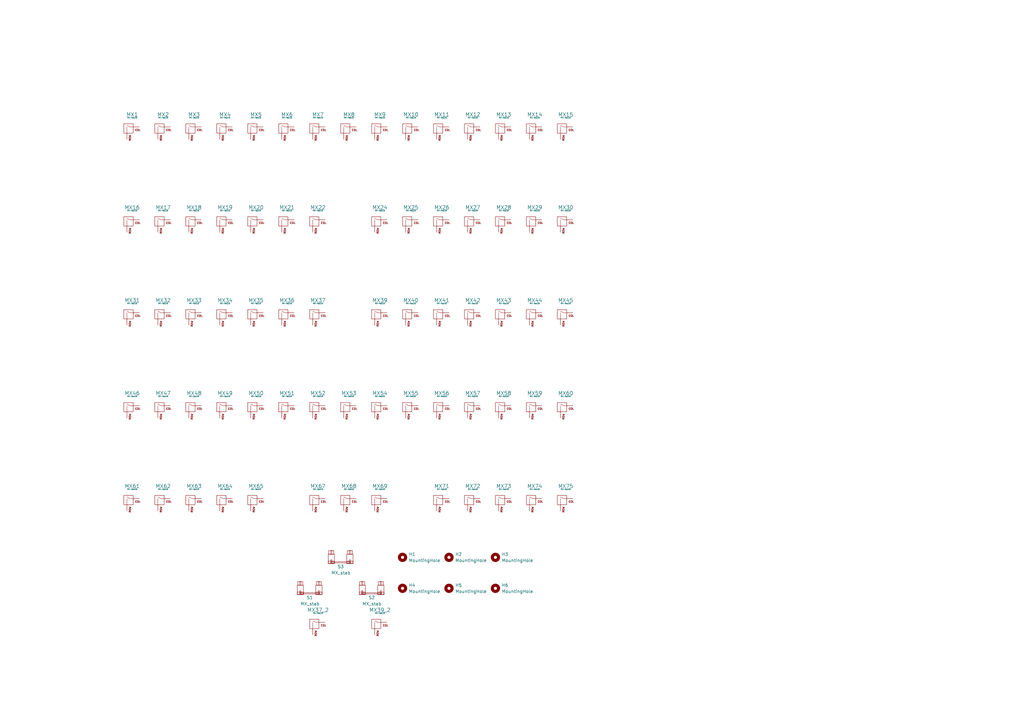
<source format=kicad_sch>
(kicad_sch (version 20230121) (generator eeschema)
  (paper "A3")
  (lib_symbols
    (symbol "MX_Alps_Hybrid:MX-NoLED" (pin_names (offset 1.016))
      (property "Reference" "MX" (at -0.635 3.81 0))
      (property "Value" "MX-NoLED" (at -0.635 1.27 0))
      (symbol "MX-NoLED_0_0"
        (rectangle (start -2.54 2.54) (end 1.27 -1.27))
        (polyline (pts (xy -1.27 -1.27) (xy -1.27 1.27)) (stroke (width 0.127)))
        (polyline (pts (xy 1.27 1.27) (xy 0 1.27) (xy -1.27 1.905)) (stroke (width 0.127)))
        (text "COL" (at 3.175 0 0) (effects (font (size 0.762 0.762))))
        (text "ROW" (at 0 -1.905 900) (effects (font (size 0.762 0.762)) (justify right)))
      )
      (symbol "MX-NoLED_1_1"
        (pin passive line (at 3.81 1.27 180) (length 2.54) (name "COL") (number "1"))
        (pin passive line (at -1.27 -3.81 90) (length 2.54) (name "ROW") (number "2"))
      )
    )
    (symbol "Mechanical:MountingHole" (pin_names (offset 1.016))
      (property "Reference" "H" (at 0 5.08 0))
      (property "Value" "MountingHole" (at 0 3.175 0))
      (symbol "MountingHole_0_1"
        (circle (center 0 0) (radius 1.27) (stroke (width 1.27)))
      )
    )
    (symbol "marbastlib-mx:MX_stab" (pin_names (offset 1.016))
      (property "Reference" "S" (at -5.08 6.35 0))
      (property "Value" "MX_stab" (at -5.08 3.81 0))
      (symbol "MX_stab_0_1"
        (rectangle (start -5.08 -1.524) (end -2.54 -2.54))
        (rectangle (start -5.08 1.27) (end -2.54 -2.54))
        (rectangle (start -4.826 2.794) (end -2.794 1.27))
        (rectangle (start -4.064 -2.286) (end -3.556 -1.016))
        (rectangle (start -4.064 -1.778) (end 4.064 -2.286))
        (rectangle (start -4.064 1.27) (end -3.556 2.794))
        (rectangle (start 2.54 -1.524) (end 5.08 -2.54))
        (rectangle (start 2.54 1.27) (end 5.08 -2.54))
        (rectangle (start 2.794 2.794) (end 4.826 1.27))
        (rectangle (start 3.556 1.27) (end 4.064 2.794))
        (rectangle (start 4.064 -2.286) (end 3.556 -1.016))
      )
    )
  )
  (symbol (lib_id "MX_Alps_Hybrid:MX-NoLED") (at 167.64 91.44 0) (unit 1)
    (property "Reference" "MX25" (at 168.5256 85.09 0) (effects (font (size 1.524 1.524))))
    (property "Value" "MX-NoLED" (at 168.5256 86.36 0) (effects (font (size 0.508 0.508))))
    (property "Footprint" "marbastlib-xp-plate-mx:Plate-MP_MX_1u" (effects hide))
  )
  (symbol (lib_id "MX_Alps_Hybrid:MX-NoLED") (at 231.14 129.54 0) (unit 1)
    (property "Reference" "MX45" (at 232.0256 123.19 0) (effects (font (size 1.524 1.524))))
    (property "Value" "MX-NoLED" (at 232.0256 124.46 0) (effects (font (size 0.508 0.508))))
    (property "Footprint" "marbastlib-xp-plate-mx:Plate-MP_MX_1.25u" (effects hide))
  )
  (symbol (lib_id "MX_Alps_Hybrid:MX-NoLED") (at 193.04 53.34 0) (unit 1)
    (property "Reference" "MX12" (at 193.9256 46.99 0) (effects (font (size 1.524 1.524))))
    (property "Value" "MX-NoLED" (at 193.9256 48.26 0) (effects (font (size 0.508 0.508))))
    (property "Footprint" "marbastlib-xp-plate-mx:Plate-MP_MX_1u" (effects hide))
  )
  (symbol (lib_id "MX_Alps_Hybrid:MX-NoLED") (at 66.04 53.34 0) (unit 1)
    (property "Reference" "MX2" (at 66.9256 46.99 0) (effects (font (size 1.524 1.524))))
    (property "Value" "MX-NoLED" (at 66.9256 48.26 0) (effects (font (size 0.508 0.508))))
    (property "Footprint" "marbastlib-xp-plate-mx:Plate-MP_MX_1u" (effects hide))
  )
  (symbol (lib_id "MX_Alps_Hybrid:MX-NoLED") (at 129.54 167.64 0) (unit 1)
    (property "Reference" "MX52" (at 130.4256 161.29 0) (effects (font (size 1.524 1.524))))
    (property "Value" "MX-NoLED" (at 130.4256 162.56 0) (effects (font (size 0.508 0.508))))
    (property "Footprint" "marbastlib-xp-plate-mx:Plate-MP_MX_1u" (effects hide))
  )
  (symbol (lib_id "MX_Alps_Hybrid:MX-NoLED") (at 91.44 91.44 0) (unit 1)
    (property "Reference" "MX19" (at 92.3256 85.09 0) (effects (font (size 1.524 1.524))))
    (property "Value" "MX-NoLED" (at 92.3256 86.36 0) (effects (font (size 0.508 0.508))))
    (property "Footprint" "marbastlib-xp-plate-mx:Plate-MP_MX_1u" (effects hide))
  )
  (symbol (lib_id "MX_Alps_Hybrid:MX-NoLED") (at 154.94 167.64 0) (unit 1)
    (property "Reference" "MX54" (at 155.8256 161.29 0) (effects (font (size 1.524 1.524))))
    (property "Value" "MX-NoLED" (at 155.8256 162.56 0) (effects (font (size 0.508 0.508))))
    (property "Footprint" "marbastlib-xp-plate-mx:Plate-MP_MX_1u" (effects hide))
  )
  (symbol (lib_id "MX_Alps_Hybrid:MX-NoLED") (at 78.74 129.54 0) (unit 1)
    (property "Reference" "MX33" (at 79.6256 123.19 0) (effects (font (size 1.524 1.524))))
    (property "Value" "MX-NoLED" (at 79.6256 124.46 0) (effects (font (size 0.508 0.508))))
    (property "Footprint" "marbastlib-xp-plate-mx:Plate-MP_MX_1u" (effects hide))
  )
  (symbol (lib_id "MX_Alps_Hybrid:MX-NoLED") (at 116.84 53.34 0) (unit 1)
    (property "Reference" "MX6" (at 117.7256 46.99 0) (effects (font (size 1.524 1.524))))
    (property "Value" "MX-NoLED" (at 117.7256 48.26 0) (effects (font (size 0.508 0.508))))
    (property "Footprint" "marbastlib-xp-plate-mx:Plate-MP_MX_1u" (effects hide))
  )
  (symbol (lib_id "MX_Alps_Hybrid:MX-NoLED") (at 154.94 53.34 0) (unit 1)
    (property "Reference" "MX9" (at 155.8256 46.99 0) (effects (font (size 1.524 1.524))))
    (property "Value" "MX-NoLED" (at 155.8256 48.26 0) (effects (font (size 0.508 0.508))))
    (property "Footprint" "marbastlib-xp-plate-mx:Plate-MP_MX_1u" (effects hide))
  )
  (symbol (lib_id "MX_Alps_Hybrid:MX-NoLED") (at 91.44 205.74 0) (unit 1)
    (property "Reference" "MX64" (at 92.3256 199.39 0) (effects (font (size 1.524 1.524))))
    (property "Value" "MX-NoLED" (at 92.3256 200.66 0) (effects (font (size 0.508 0.508))))
    (property "Footprint" "marbastlib-xp-plate-mx:Plate-MP_MX_1u" (effects hide))
  )
  (symbol (lib_id "MX_Alps_Hybrid:MX-NoLED") (at 180.34 205.74 0) (unit 1)
    (property "Reference" "MX71" (at 181.2256 199.39 0) (effects (font (size 1.524 1.524))))
    (property "Value" "MX-NoLED" (at 181.2256 200.66 0) (effects (font (size 0.508 0.508))))
    (property "Footprint" "marbastlib-xp-plate-mx:Plate-MP_MX_1u" (effects hide))
  )
  (symbol (lib_id "MX_Alps_Hybrid:MX-NoLED") (at 91.44 167.64 0) (unit 1)
    (property "Reference" "MX49" (at 92.3256 161.29 0) (effects (font (size 1.524 1.524))))
    (property "Value" "MX-NoLED" (at 92.3256 162.56 0) (effects (font (size 0.508 0.508))))
    (property "Footprint" "marbastlib-xp-plate-mx:Plate-MP_MX_1u" (effects hide))
  )
  (symbol (lib_id "MX_Alps_Hybrid:MX-NoLED") (at 129.54 53.34 0) (unit 1)
    (property "Reference" "MX7" (at 130.4256 46.99 0) (effects (font (size 1.524 1.524))))
    (property "Value" "MX-NoLED" (at 130.4256 48.26 0) (effects (font (size 0.508 0.508))))
    (property "Footprint" "marbastlib-xp-plate-mx:Plate-MP_MX_1u" (effects hide))
  )
  (symbol (lib_id "MX_Alps_Hybrid:MX-NoLED") (at 167.64 167.64 0) (unit 1)
    (property "Reference" "MX55" (at 168.5256 161.29 0) (effects (font (size 1.524 1.524))))
    (property "Value" "MX-NoLED" (at 168.5256 162.56 0) (effects (font (size 0.508 0.508))))
    (property "Footprint" "marbastlib-xp-plate-mx:Plate-MP_MX_1u" (effects hide))
  )
  (symbol (lib_id "MX_Alps_Hybrid:MX-NoLED") (at 218.44 53.34 0) (unit 1)
    (property "Reference" "MX14" (at 219.3256 46.99 0) (effects (font (size 1.524 1.524))))
    (property "Value" "MX-NoLED" (at 219.3256 48.26 0) (effects (font (size 0.508 0.508))))
    (property "Footprint" "marbastlib-xp-plate-mx:Plate-MP_MX_1u" (effects hide))
  )
  (symbol (lib_id "MX_Alps_Hybrid:MX-NoLED") (at 104.14 129.54 0) (unit 1)
    (property "Reference" "MX35" (at 105.0256 123.19 0) (effects (font (size 1.524 1.524))))
    (property "Value" "MX-NoLED" (at 105.0256 124.46 0) (effects (font (size 0.508 0.508))))
    (property "Footprint" "marbastlib-xp-plate-mx:Plate-MP_MX_1u" (effects hide))
  )
  (symbol (lib_id "MX_Alps_Hybrid:MX-NoLED") (at 91.44 53.34 0) (unit 1)
    (property "Reference" "MX4" (at 92.3256 46.99 0) (effects (font (size 1.524 1.524))))
    (property "Value" "MX-NoLED" (at 92.3256 48.26 0) (effects (font (size 0.508 0.508))))
    (property "Footprint" "marbastlib-xp-plate-mx:Plate-MP_MX_1u" (effects hide))
  )
  (symbol (lib_id "MX_Alps_Hybrid:MX-NoLED") (at 53.34 205.74 0) (unit 1)
    (property "Reference" "MX61" (at 54.2256 199.39 0) (effects (font (size 1.524 1.524))))
    (property "Value" "MX-NoLED" (at 54.2256 200.66 0) (effects (font (size 0.508 0.508))))
    (property "Footprint" "marbastlib-xp-plate-mx:Plate-MP_MX_1u" (effects hide))
  )
  (symbol (lib_id "MX_Alps_Hybrid:MX-NoLED") (at 218.44 205.74 0) (unit 1)
    (property "Reference" "MX74" (at 219.3256 199.39 0) (effects (font (size 1.524 1.524))))
    (property "Value" "MX-NoLED" (at 219.3256 200.66 0) (effects (font (size 0.508 0.508))))
    (property "Footprint" "marbastlib-xp-plate-mx:Plate-MP_MX_1u" (effects hide))
  )
  (symbol (lib_id "MX_Alps_Hybrid:MX-NoLED") (at 180.34 91.44 0) (unit 1)
    (property "Reference" "MX26" (at 181.2256 85.09 0) (effects (font (size 1.524 1.524))))
    (property "Value" "MX-NoLED" (at 181.2256 86.36 0) (effects (font (size 0.508 0.508))))
    (property "Footprint" "marbastlib-xp-plate-mx:Plate-MP_MX_1u" (effects hide))
  )
  (symbol (lib_id "marbastlib-mx:MX_stab") (at 127 241.3 0) (unit 1)
    (property "Reference" "S1" (at 125.73 245.11 0) (effects (justify left)))
    (property "Value" "MX_stab" (at 123.19 247.65 0) (effects (justify left)))
    (property "Footprint" "marbastlib-xp-plate-mx:Plate-MP_MX_2u" (effects hide))
  )
  (symbol (lib_id "MX_Alps_Hybrid:MX-NoLED") (at 104.14 53.34 0) (unit 1)
    (property "Reference" "MX5" (at 105.0256 46.99 0) (effects (font (size 1.524 1.524))))
    (property "Value" "MX-NoLED" (at 105.0256 48.26 0) (effects (font (size 0.508 0.508))))
    (property "Footprint" "marbastlib-xp-plate-mx:Plate-MP_MX_1u" (effects hide))
  )
  (symbol (lib_id "MX_Alps_Hybrid:MX-NoLED") (at 66.04 129.54 0) (unit 1)
    (property "Reference" "MX32" (at 66.9256 123.19 0) (effects (font (size 1.524 1.524))))
    (property "Value" "MX-NoLED" (at 66.9256 124.46 0) (effects (font (size 0.508 0.508))))
    (property "Footprint" "marbastlib-xp-plate-mx:Plate-MP_MX_1u" (effects hide))
  )
  (symbol (lib_id "MX_Alps_Hybrid:MX-NoLED") (at 116.84 91.44 0) (unit 1)
    (property "Reference" "MX21" (at 117.7256 85.09 0) (effects (font (size 1.524 1.524))))
    (property "Value" "MX-NoLED" (at 117.7256 86.36 0) (effects (font (size 0.508 0.508))))
    (property "Footprint" "marbastlib-xp-plate-mx:Plate-MP_MX_1u" (effects hide))
  )
  (symbol (lib_id "MX_Alps_Hybrid:MX-NoLED") (at 129.54 91.44 0) (unit 1)
    (property "Reference" "MX22" (at 130.4256 85.09 0) (effects (font (size 1.524 1.524))))
    (property "Value" "MX-NoLED" (at 130.4256 86.36 0) (effects (font (size 0.508 0.508))))
    (property "Footprint" "marbastlib-xp-plate-mx:Plate-MP_MX_1u" (effects hide))
  )
  (symbol (lib_id "MX_Alps_Hybrid:MX-NoLED") (at 231.14 91.44 0) (unit 1)
    (property "Reference" "MX30" (at 232.0256 85.09 0) (effects (font (size 1.524 1.524))))
    (property "Value" "MX-NoLED" (at 232.0256 86.36 0) (effects (font (size 0.508 0.508))))
    (property "Footprint" "marbastlib-xp-plate-mx:Plate-MP_MX_1.5u" (effects hide))
  )
  (symbol (lib_id "MX_Alps_Hybrid:MX-NoLED") (at 104.14 167.64 0) (unit 1)
    (property "Reference" "MX50" (at 105.0256 161.29 0) (effects (font (size 1.524 1.524))))
    (property "Value" "MX-NoLED" (at 105.0256 162.56 0) (effects (font (size 0.508 0.508))))
    (property "Footprint" "marbastlib-xp-plate-mx:Plate-MP_MX_1u" (effects hide))
  )
  (symbol (lib_id "MX_Alps_Hybrid:MX-NoLED") (at 78.74 91.44 0) (unit 1)
    (property "Reference" "MX18" (at 79.6256 85.09 0) (effects (font (size 1.524 1.524))))
    (property "Value" "MX-NoLED" (at 79.6256 86.36 0) (effects (font (size 0.508 0.508))))
    (property "Footprint" "marbastlib-xp-plate-mx:Plate-MP_MX_1u" (effects hide))
  )
  (symbol (lib_id "MX_Alps_Hybrid:MX-NoLED") (at 154.94 129.54 0) (unit 1)
    (property "Reference" "MX39" (at 155.8256 123.19 0) (effects (font (size 1.524 1.524))))
    (property "Value" "MX-NoLED" (at 155.8256 124.46 0) (effects (font (size 0.508 0.508))))
    (property "Footprint" "marbastlib-xp-plate-mx:Plate-MP_MX_1u" (effects hide))
  )
  (symbol (lib_id "MX_Alps_Hybrid:MX-NoLED") (at 116.84 129.54 0) (unit 1)
    (property "Reference" "MX36" (at 117.7256 123.19 0) (effects (font (size 1.524 1.524))))
    (property "Value" "MX-NoLED" (at 117.7256 124.46 0) (effects (font (size 0.508 0.508))))
    (property "Footprint" "marbastlib-xp-plate-mx:Plate-MP_MX_1u" (effects hide))
  )
  (symbol (lib_id "Mechanical:MountingHole") (at 203.2 241.3 0) (unit 1)
    (property "Reference" "H6" (at 205.74 240.0299 0) (effects (justify left)))
    (property "Value" "MountingHole" (at 205.74 242.5699 0) (effects (justify left)))
    (property "Footprint" "MountingHole:MountingHole_2.2mm_M2_Pad_TopOnly" (effects hide))
  )
  (symbol (lib_id "MX_Alps_Hybrid:MX-NoLED") (at 53.34 129.54 0) (unit 1)
    (property "Reference" "MX31" (at 54.2256 123.19 0) (effects (font (size 1.524 1.524))))
    (property "Value" "MX-NoLED" (at 54.2256 124.46 0) (effects (font (size 0.508 0.508))))
    (property "Footprint" "marbastlib-xp-plate-mx:Plate-MP_MX_1.25u" (effects hide))
  )
  (symbol (lib_id "MX_Alps_Hybrid:MX-NoLED") (at 218.44 129.54 0) (unit 1)
    (property "Reference" "MX44" (at 219.3256 123.19 0) (effects (font (size 1.524 1.524))))
    (property "Value" "MX-NoLED" (at 219.3256 124.46 0) (effects (font (size 0.508 0.508))))
    (property "Footprint" "marbastlib-xp-plate-mx:Plate-MP_MX_1u" (effects hide))
  )
  (symbol (lib_id "MX_Alps_Hybrid:MX-NoLED") (at 205.74 205.74 0) (unit 1)
    (property "Reference" "MX73" (at 206.6256 199.39 0) (effects (font (size 1.524 1.524))))
    (property "Value" "MX-NoLED" (at 206.6256 200.66 0) (effects (font (size 0.508 0.508))))
    (property "Footprint" "marbastlib-xp-plate-mx:Plate-MP_MX_1u" (effects hide))
  )
  (symbol (lib_id "Mechanical:MountingHole") (at 165.1 241.3 0) (unit 1)
    (property "Reference" "H4" (at 167.64 240.0299 0) (effects (justify left)))
    (property "Value" "MountingHole" (at 167.64 242.5699 0) (effects (justify left)))
    (property "Footprint" "MountingHole:MountingHole_2.2mm_M2_Pad_TopOnly" (effects hide))
  )
  (symbol (lib_id "MX_Alps_Hybrid:MX-NoLED") (at 205.74 129.54 0) (unit 1)
    (property "Reference" "MX43" (at 206.6256 123.19 0) (effects (font (size 1.524 1.524))))
    (property "Value" "MX-NoLED" (at 206.6256 124.46 0) (effects (font (size 0.508 0.508))))
    (property "Footprint" "marbastlib-xp-plate-mx:Plate-MP_MX_1u" (effects hide))
  )
  (symbol (lib_id "MX_Alps_Hybrid:MX-NoLED") (at 193.04 91.44 0) (unit 1)
    (property "Reference" "MX27" (at 193.9256 85.09 0) (effects (font (size 1.524 1.524))))
    (property "Value" "MX-NoLED" (at 193.9256 86.36 0) (effects (font (size 0.508 0.508))))
    (property "Footprint" "marbastlib-xp-plate-mx:Plate-MP_MX_1u" (effects hide))
  )
  (symbol (lib_id "MX_Alps_Hybrid:MX-NoLED") (at 167.64 53.34 0) (unit 1)
    (property "Reference" "MX10" (at 168.5256 46.99 0) (effects (font (size 1.524 1.524))))
    (property "Value" "MX-NoLED" (at 168.5256 48.26 0) (effects (font (size 0.508 0.508))))
    (property "Footprint" "marbastlib-xp-plate-mx:Plate-MP_MX_1u" (effects hide))
  )
  (symbol (lib_id "MX_Alps_Hybrid:MX-NoLED") (at 193.04 167.64 0) (unit 1)
    (property "Reference" "MX57" (at 193.9256 161.29 0) (effects (font (size 1.524 1.524))))
    (property "Value" "MX-NoLED" (at 193.9256 162.56 0) (effects (font (size 0.508 0.508))))
    (property "Footprint" "marbastlib-xp-plate-mx:Plate-MP_MX_1u" (effects hide))
  )
  (symbol (lib_id "Mechanical:MountingHole") (at 184.15 241.3 0) (unit 1)
    (property "Reference" "H5" (at 186.69 240.0299 0) (effects (justify left)))
    (property "Value" "MountingHole" (at 186.69 242.5699 0) (effects (justify left)))
    (property "Footprint" "MountingHole:MountingHole_2.2mm_M2_Pad_TopOnly" (effects hide))
  )
  (symbol (lib_id "MX_Alps_Hybrid:MX-NoLED") (at 154.94 205.74 0) (unit 1)
    (property "Reference" "MX69" (at 155.8256 199.39 0) (effects (font (size 1.524 1.524))))
    (property "Value" "MX-NoLED" (at 155.8256 200.66 0) (effects (font (size 0.508 0.508))))
    (property "Footprint" "marbastlib-xp-plate-mx:Plate-MP_MX_1u" (effects hide))
  )
  (symbol (lib_id "MX_Alps_Hybrid:MX-NoLED") (at 231.14 205.74 0) (unit 1)
    (property "Reference" "MX75" (at 232.0256 199.39 0) (effects (font (size 1.524 1.524))))
    (property "Value" "MX-NoLED" (at 232.0256 200.66 0) (effects (font (size 0.508 0.508))))
    (property "Footprint" "marbastlib-xp-plate-mx:Plate-MP_MX_1u" (effects hide))
  )
  (symbol (lib_id "MX_Alps_Hybrid:MX-NoLED") (at 116.84 167.64 0) (unit 1)
    (property "Reference" "MX51" (at 117.7256 161.29 0) (effects (font (size 1.524 1.524))))
    (property "Value" "MX-NoLED" (at 117.7256 162.56 0) (effects (font (size 0.508 0.508))))
    (property "Footprint" "marbastlib-xp-plate-mx:Plate-MP_MX_1u" (effects hide))
  )
  (symbol (lib_id "marbastlib-mx:MX_stab") (at 139.7 228.6 0) (unit 1)
    (property "Reference" "S3" (at 138.43 232.41 0) (effects (justify left)))
    (property "Value" "MX_stab" (at 135.89 234.95 0) (effects (justify left)))
    (property "Footprint" "marbastlib-xp-plate-mx:Plate-MP_MX_7u" (effects hide))
  )
  (symbol (lib_id "MX_Alps_Hybrid:MX-NoLED") (at 193.04 205.74 0) (unit 1)
    (property "Reference" "MX72" (at 193.9256 199.39 0) (effects (font (size 1.524 1.524))))
    (property "Value" "MX-NoLED" (at 193.9256 200.66 0) (effects (font (size 0.508 0.508))))
    (property "Footprint" "marbastlib-xp-plate-mx:Plate-MP_MX_1u" (effects hide))
  )
  (symbol (lib_id "MX_Alps_Hybrid:MX-NoLED") (at 154.94 256.54 0) (unit 1)
    (property "Reference" "MX39_2" (at 155.8256 250.19 0) (effects (font (size 1.524 1.524))))
    (property "Value" "MX-NoLED" (at 155.8256 251.46 0) (effects (font (size 0.508 0.508))))
    (property "Footprint" "marbastlib-xp-plate-mx:Plate-MP_MX_1.25u" (effects hide))
  )
  (symbol (lib_id "MX_Alps_Hybrid:MX-NoLED") (at 129.54 205.74 0) (unit 1)
    (property "Reference" "MX67" (at 130.4256 199.39 0) (effects (font (size 1.524 1.524))))
    (property "Value" "MX-NoLED" (at 130.4256 200.66 0) (effects (font (size 0.508 0.508))))
    (property "Footprint" "marbastlib-xp-plate-mx:Plate-MP_MX_1u" (effects hide))
  )
  (symbol (lib_id "MX_Alps_Hybrid:MX-NoLED") (at 66.04 167.64 0) (unit 1)
    (property "Reference" "MX47" (at 66.9256 161.29 0) (effects (font (size 1.524 1.524))))
    (property "Value" "MX-NoLED" (at 66.9256 162.56 0) (effects (font (size 0.508 0.508))))
    (property "Footprint" "marbastlib-xp-plate-mx:Plate-MP_MX_1u" (effects hide))
  )
  (symbol (lib_id "MX_Alps_Hybrid:MX-NoLED") (at 205.74 53.34 0) (unit 1)
    (property "Reference" "MX13" (at 206.6256 46.99 0) (effects (font (size 1.524 1.524))))
    (property "Value" "MX-NoLED" (at 206.6256 48.26 0) (effects (font (size 0.508 0.508))))
    (property "Footprint" "marbastlib-xp-plate-mx:Plate-MP_MX_1u" (effects hide))
  )
  (symbol (lib_id "MX_Alps_Hybrid:MX-NoLED") (at 78.74 53.34 0) (unit 1)
    (property "Reference" "MX3" (at 79.6256 46.99 0) (effects (font (size 1.524 1.524))))
    (property "Value" "MX-NoLED" (at 79.6256 48.26 0) (effects (font (size 0.508 0.508))))
    (property "Footprint" "marbastlib-xp-plate-mx:Plate-MP_MX_1u" (effects hide))
  )
  (symbol (lib_id "Mechanical:MountingHole") (at 203.2 228.6 0) (unit 1)
    (property "Reference" "H3" (at 205.74 227.3299 0) (effects (justify left)))
    (property "Value" "MountingHole" (at 205.74 229.8699 0) (effects (justify left)))
    (property "Footprint" "MountingHole:MountingHole_2.2mm_M2_Pad_TopOnly" (effects hide))
  )
  (symbol (lib_id "MX_Alps_Hybrid:MX-NoLED") (at 78.74 167.64 0) (unit 1)
    (property "Reference" "MX48" (at 79.6256 161.29 0) (effects (font (size 1.524 1.524))))
    (property "Value" "MX-NoLED" (at 79.6256 162.56 0) (effects (font (size 0.508 0.508))))
    (property "Footprint" "marbastlib-xp-plate-mx:Plate-MP_MX_1u" (effects hide))
  )
  (symbol (lib_id "MX_Alps_Hybrid:MX-NoLED") (at 53.34 53.34 0) (unit 1)
    (property "Reference" "MX1" (at 54.2256 46.99 0) (effects (font (size 1.524 1.524))))
    (property "Value" "MX-NoLED" (at 54.2256 48.26 0) (effects (font (size 0.508 0.508))))
    (property "Footprint" "marbastlib-xp-plate-mx:Plate-MP_MX_1u" (effects hide))
  )
  (symbol (lib_id "Mechanical:MountingHole") (at 184.15 228.6 0) (unit 1)
    (property "Reference" "H2" (at 186.69 227.3299 0) (effects (justify left)))
    (property "Value" "MountingHole" (at 186.69 229.8699 0) (effects (justify left)))
    (property "Footprint" "MountingHole:MountingHole_2.2mm_M2_Pad_TopOnly" (effects hide))
  )
  (symbol (lib_id "MX_Alps_Hybrid:MX-NoLED") (at 129.54 129.54 0) (unit 1)
    (property "Reference" "MX37" (at 130.4256 123.19 0) (effects (font (size 1.524 1.524))))
    (property "Value" "MX-NoLED" (at 130.4256 124.46 0) (effects (font (size 0.508 0.508))))
    (property "Footprint" "marbastlib-xp-plate-mx:Plate-MP_MX_1u" (effects hide))
  )
  (symbol (lib_id "Mechanical:MountingHole") (at 165.1 228.6 0) (unit 1)
    (property "Reference" "H1" (at 167.64 227.3299 0) (effects (justify left)))
    (property "Value" "MountingHole" (at 167.64 229.8699 0) (effects (justify left)))
    (property "Footprint" "MountingHole:MountingHole_2.2mm_M2_Pad_TopOnly" (effects hide))
  )
  (symbol (lib_id "MX_Alps_Hybrid:MX-NoLED") (at 142.24 167.64 0) (unit 1)
    (property "Reference" "MX53" (at 143.1256 161.29 0) (effects (font (size 1.524 1.524))))
    (property "Value" "MX-NoLED" (at 143.1256 162.56 0) (effects (font (size 0.508 0.508))))
    (property "Footprint" "marbastlib-xp-plate-mx:Plate-MP_MX_1u" (effects hide))
  )
  (symbol (lib_id "MX_Alps_Hybrid:MX-NoLED") (at 66.04 91.44 0) (unit 1)
    (property "Reference" "MX17" (at 66.9256 85.09 0) (effects (font (size 1.524 1.524))))
    (property "Value" "MX-NoLED" (at 66.9256 86.36 0) (effects (font (size 0.508 0.508))))
    (property "Footprint" "marbastlib-xp-plate-mx:Plate-MP_MX_1u" (effects hide))
  )
  (symbol (lib_id "MX_Alps_Hybrid:MX-NoLED") (at 142.24 205.74 0) (unit 1)
    (property "Reference" "MX68" (at 143.1256 199.39 0) (effects (font (size 1.524 1.524))))
    (property "Value" "MX-NoLED" (at 143.1256 200.66 0) (effects (font (size 0.508 0.508))))
    (property "Footprint" "marbastlib-xp-plate-mx:Plate-MP_MX_1u" (effects hide))
  )
  (symbol (lib_id "MX_Alps_Hybrid:MX-NoLED") (at 205.74 167.64 0) (unit 1)
    (property "Reference" "MX58" (at 206.6256 161.29 0) (effects (font (size 1.524 1.524))))
    (property "Value" "MX-NoLED" (at 206.6256 162.56 0) (effects (font (size 0.508 0.508))))
    (property "Footprint" "marbastlib-xp-plate-mx:Plate-MP_MX_1u" (effects hide))
  )
  (symbol (lib_id "MX_Alps_Hybrid:MX-NoLED") (at 104.14 91.44 0) (unit 1)
    (property "Reference" "MX20" (at 105.0256 85.09 0) (effects (font (size 1.524 1.524))))
    (property "Value" "MX-NoLED" (at 105.0256 86.36 0) (effects (font (size 0.508 0.508))))
    (property "Footprint" "marbastlib-xp-plate-mx:Plate-MP_MX_1u" (effects hide))
  )
  (symbol (lib_id "MX_Alps_Hybrid:MX-NoLED") (at 66.04 205.74 0) (unit 1)
    (property "Reference" "MX62" (at 66.9256 199.39 0) (effects (font (size 1.524 1.524))))
    (property "Value" "MX-NoLED" (at 66.9256 200.66 0) (effects (font (size 0.508 0.508))))
    (property "Footprint" "marbastlib-xp-plate-mx:Plate-MP_MX_1u" (effects hide))
  )
  (symbol (lib_id "MX_Alps_Hybrid:MX-NoLED") (at 218.44 167.64 0) (unit 1)
    (property "Reference" "MX59" (at 219.3256 161.29 0) (effects (font (size 1.524 1.524))))
    (property "Value" "MX-NoLED" (at 219.3256 162.56 0) (effects (font (size 0.508 0.508))))
    (property "Footprint" "marbastlib-xp-plate-mx:Plate-MP_MX_1u" (effects hide))
  )
  (symbol (lib_id "MX_Alps_Hybrid:MX-NoLED") (at 53.34 91.44 0) (unit 1)
    (property "Reference" "MX16" (at 54.2256 85.09 0) (effects (font (size 1.524 1.524))))
    (property "Value" "MX-NoLED" (at 54.2256 86.36 0) (effects (font (size 0.508 0.508))))
    (property "Footprint" "marbastlib-xp-plate-mx:Plate-MP_MX_1.5u" (effects hide))
  )
  (symbol (lib_id "MX_Alps_Hybrid:MX-NoLED") (at 142.24 53.34 0) (unit 1)
    (property "Reference" "MX8" (at 143.1256 46.99 0) (effects (font (size 1.524 1.524))))
    (property "Value" "MX-NoLED" (at 143.1256 48.26 0) (effects (font (size 0.508 0.508))))
    (property "Footprint" "marbastlib-xp-plate-mx:Plate-MP_MX_1u" (effects hide))
  )
  (symbol (lib_id "marbastlib-mx:MX_stab") (at 152.4 241.3 0) (unit 1)
    (property "Reference" "S2" (at 151.13 245.11 0) (effects (justify left)))
    (property "Value" "MX_stab" (at 148.59 247.65 0) (effects (justify left)))
    (property "Footprint" "marbastlib-xp-plate-mx:Plate-MP_MX_2u" (effects hide))
  )
  (symbol (lib_id "MX_Alps_Hybrid:MX-NoLED") (at 180.34 129.54 0) (unit 1)
    (property "Reference" "MX41" (at 181.2256 123.19 0) (effects (font (size 1.524 1.524))))
    (property "Value" "MX-NoLED" (at 181.2256 124.46 0) (effects (font (size 0.508 0.508))))
    (property "Footprint" "marbastlib-xp-plate-mx:Plate-MP_MX_1u" (effects hide))
  )
  (symbol (lib_id "MX_Alps_Hybrid:MX-NoLED") (at 205.74 91.44 0) (unit 1)
    (property "Reference" "MX28" (at 206.6256 85.09 0) (effects (font (size 1.524 1.524))))
    (property "Value" "MX-NoLED" (at 206.6256 86.36 0) (effects (font (size 0.508 0.508))))
    (property "Footprint" "marbastlib-xp-plate-mx:Plate-MP_MX_1u" (effects hide))
  )
  (symbol (lib_id "MX_Alps_Hybrid:MX-NoLED") (at 231.14 53.34 0) (unit 1)
    (property "Reference" "MX15" (at 232.0256 46.99 0) (effects (font (size 1.524 1.524))))
    (property "Value" "MX-NoLED" (at 232.0256 48.26 0) (effects (font (size 0.508 0.508))))
    (property "Footprint" "marbastlib-xp-plate-mx:Plate-MP_MX_1u" (effects hide))
  )
  (symbol (lib_id "MX_Alps_Hybrid:MX-NoLED") (at 180.34 167.64 0) (unit 1)
    (property "Reference" "MX56" (at 181.2256 161.29 0) (effects (font (size 1.524 1.524))))
    (property "Value" "MX-NoLED" (at 181.2256 162.56 0) (effects (font (size 0.508 0.508))))
    (property "Footprint" "marbastlib-xp-plate-mx:Plate-MP_MX_1u" (effects hide))
  )
  (symbol (lib_id "MX_Alps_Hybrid:MX-NoLED") (at 154.94 91.44 0) (unit 1)
    (property "Reference" "MX24" (at 155.8256 85.09 0) (effects (font (size 1.524 1.524))))
    (property "Value" "MX-NoLED" (at 155.8256 86.36 0) (effects (font (size 0.508 0.508))))
    (property "Footprint" "marbastlib-xp-plate-mx:Plate-MP_MX_1u" (effects hide))
  )
  (symbol (lib_id "MX_Alps_Hybrid:MX-NoLED") (at 193.04 129.54 0) (unit 1)
    (property "Reference" "MX42" (at 193.9256 123.19 0) (effects (font (size 1.524 1.524))))
    (property "Value" "MX-NoLED" (at 193.9256 124.46 0) (effects (font (size 0.508 0.508))))
    (property "Footprint" "marbastlib-xp-plate-mx:Plate-MP_MX_1u" (effects hide))
  )
  (symbol (lib_id "MX_Alps_Hybrid:MX-NoLED") (at 231.14 167.64 0) (unit 1)
    (property "Reference" "MX60" (at 232.0256 161.29 0) (effects (font (size 1.524 1.524))))
    (property "Value" "MX-NoLED" (at 232.0256 162.56 0) (effects (font (size 0.508 0.508))))
    (property "Footprint" "marbastlib-xp-plate-mx:Plate-MP_MX_1u" (effects hide))
  )
  (symbol (lib_id "MX_Alps_Hybrid:MX-NoLED") (at 53.34 167.64 0) (unit 1)
    (property "Reference" "MX46" (at 54.2256 161.29 0) (effects (font (size 1.524 1.524))))
    (property "Value" "MX-NoLED" (at 54.2256 162.56 0) (effects (font (size 0.508 0.508))))
    (property "Footprint" "marbastlib-xp-plate-mx:Plate-MP_MX_1u" (effects hide))
  )
  (symbol (lib_id "MX_Alps_Hybrid:MX-NoLED") (at 167.64 129.54 0) (unit 1)
    (property "Reference" "MX40" (at 168.5256 123.19 0) (effects (font (size 1.524 1.524))))
    (property "Value" "MX-NoLED" (at 168.5256 124.46 0) (effects (font (size 0.508 0.508))))
    (property "Footprint" "marbastlib-xp-plate-mx:Plate-MP_MX_1u" (effects hide))
  )
  (symbol (lib_id "MX_Alps_Hybrid:MX-NoLED") (at 104.14 205.74 0) (unit 1)
    (property "Reference" "MX65" (at 105.0256 199.39 0) (effects (font (size 1.524 1.524))))
    (property "Value" "MX-NoLED" (at 105.0256 200.66 0) (effects (font (size 0.508 0.508))))
    (property "Footprint" "marbastlib-xp-plate-mx:Plate-MP_MX_1u" (effects hide))
  )
  (symbol (lib_id "MX_Alps_Hybrid:MX-NoLED") (at 129.54 256.54 0) (unit 1)
    (property "Reference" "MX37_2" (at 130.4256 250.19 0) (effects (font (size 1.524 1.524))))
    (property "Value" "MX-NoLED" (at 130.4256 251.46 0) (effects (font (size 0.508 0.508))))
    (property "Footprint" "marbastlib-xp-plate-mx:Plate-MP_MX_1.25u" (effects hide))
  )
  (symbol (lib_id "MX_Alps_Hybrid:MX-NoLED") (at 91.44 129.54 0) (unit 1)
    (property "Reference" "MX34" (at 92.3256 123.19 0) (effects (font (size 1.524 1.524))))
    (property "Value" "MX-NoLED" (at 92.3256 124.46 0) (effects (font (size 0.508 0.508))))
    (property "Footprint" "marbastlib-xp-plate-mx:Plate-MP_MX_1u" (effects hide))
  )
  (symbol (lib_id "MX_Alps_Hybrid:MX-NoLED") (at 78.74 205.74 0) (unit 1)
    (property "Reference" "MX63" (at 79.6256 199.39 0) (effects (font (size 1.524 1.524))))
    (property "Value" "MX-NoLED" (at 79.6256 200.66 0) (effects (font (size 0.508 0.508))))
    (property "Footprint" "marbastlib-xp-plate-mx:Plate-MP_MX_1u" (effects hide))
  )
  (symbol (lib_id "MX_Alps_Hybrid:MX-NoLED") (at 180.34 53.34 0) (unit 1)
    (property "Reference" "MX11" (at 181.2256 46.99 0) (effects (font (size 1.524 1.524))))
    (property "Value" "MX-NoLED" (at 181.2256 48.26 0) (effects (font (size 0.508 0.508))))
    (property "Footprint" "marbastlib-xp-plate-mx:Plate-MP_MX_1u" (effects hide))
  )
  (symbol (lib_id "MX_Alps_Hybrid:MX-NoLED") (at 218.44 91.44 0) (unit 1)
    (property "Reference" "MX29" (at 219.3256 85.09 0) (effects (font (size 1.524 1.524))))
    (property "Value" "MX-NoLED" (at 219.3256 86.36 0) (effects (font (size 0.508 0.508))))
    (property "Footprint" "marbastlib-xp-plate-mx:Plate-MP_MX_1u" (effects hide))
  )
)
</source>
